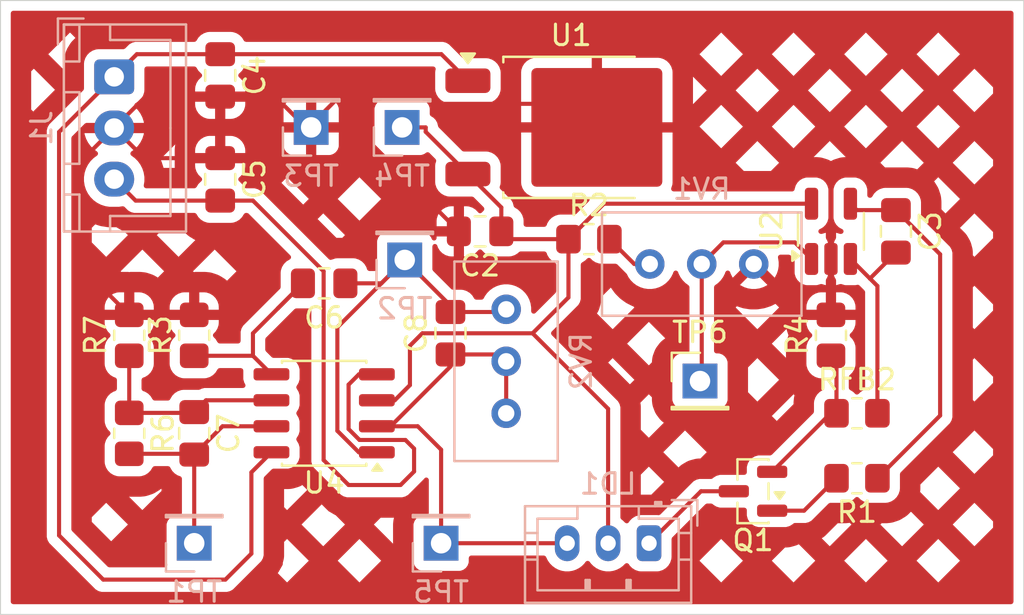
<source format=kicad_pcb>
(kicad_pcb (version 20241229) (generator "pcbnew") (generator_version "9.0")
  (layers (0 "F.Cu" signal) (2 "B.Cu" signal) (13 "F.Paste" user) (15 "B.Paste" user) (5 "F.SilkS" user "F.Silkscreen") (7 "B.SilkS" user "B.Silkscreen") (1 "F.Mask" user) (3 "B.Mask" user) (25 "Edge.Cuts" user))
  (net 0 "")
  (net 1 "GND")
  (net 2 "+9V")
  (net 3 "+5V")
  (net 4 "Net-(C3-Pad1)")
  (net 5 "Net-(U2--)")
  (net 6 "-9V")
  (net 7 "Net-(U4B-+)")
  (net 8 "Net-(C6-Pad1)")
  (net 9 "Net-(U4B--)")
  (net 10 "Net-(C7-Pad2)")
  (net 11 "Net-(U4A--)")
  (net 12 "Net-(Q1-D)")
  (net 13 "Net-(Q1-G)")
  (net 14 "Net-(Q1-S)")
  (net 15 "Net-(R2-Pad2)")
  (net 16 "Net-(U2-+)")
  (footprint "Package_TO_SOT_SMD:SOT-23" (layer "F.Cu") (at 191.77 93.98 180)
    (property "Reference" "Q1" (at 0 -2.4 0) (layer "F.SilkS"))
    (property "Value" "2N7002E")
    (fp_line (start 0.76 1.56) (end -0.76 1.56) (stroke (width 0.12)) (layer "F.SilkS"))
    (fp_line (start 0.76 0.56) (end 0.76 1.56) (stroke (width 0.12)) (layer "F.SilkS"))
    (fp_line (start 0.76 -1.56) (end 0.76 -0.56) (stroke (width 0.12)) (layer "F.SilkS"))
    (fp_line (start -0.76 1.56) (end -0.76 1.51) (stroke (width 0.12)) (layer "F.SilkS"))
    (fp_line (start -0.76 0.39) (end -0.76 -0.39) (stroke (width 0.12)) (layer "F.SilkS"))
    (fp_line (start -0.76 -1.51) (end -0.76 -1.56) (stroke (width 0.12)) (layer "F.SilkS"))
    (fp_line (start -0.76 -1.56) (end 0.76 -1.56) (stroke (width 0.12)) (layer "F.SilkS"))
    (fp_poly (pts (xy -1.3 -0.38) (xy -1.06 -0.05) (xy -1.54 -0.05)) (stroke (width 0.12)) (fill yes) (layer "F.SilkS"))
    (pad "1" smd roundrect (at -0.9375 -0.95 180) (size 1.475 0.6) (layers "F.Cu" "F.Mask" "F.Paste") (net 13 "Net-(Q1-G)"))
    (pad "2" smd roundrect (at -0.9375 0.95 180) (size 1.475 0.6) (layers "F.Cu" "F.Mask" "F.Paste") (net 14 "Net-(Q1-S)"))
    (pad "3" smd roundrect (at 0.9375 0 180) (size 1.475 0.6) (layers "F.Cu" "F.Mask" "F.Paste") (net 12 "Net-(Q1-D)"))
  )
  (footprint "Capacitor_SMD:C_0805_2012Metric_Pad1.18x1.45mm_HandSolder" (layer "F.Cu") (at 165.735 78.74 -90)
    (property "Reference" "C5" (at 0 -1.68 90) (layer "F.SilkS"))
    (property "Value" "1u")
    (fp_line (start -0.261252 0.735) (end 0.261252 0.735) (stroke (width 0.12)) (layer "F.SilkS"))
    (fp_line (start -0.261252 -0.735) (end 0.261252 -0.735) (stroke (width 0.12)) (layer "F.SilkS"))
    (pad "1" smd roundrect (at -1.0375 0 270) (size 1.175 1.45) (layers "F.Cu" "F.Mask" "F.Paste") (roundrect_rratio 0.212766) (net 1 "GND"))
    (pad "2" smd roundrect (at 1.0375 0 270) (size 1.175 1.45) (layers "F.Cu" "F.Mask" "F.Paste") (roundrect_rratio 0.212766) (net 6 "-9V"))
  )
  (footprint "Resistor_SMD:R_0805_2012Metric_Pad1.20x1.40mm_HandSolder" (layer "F.Cu") (at 161.29 86.36 90)
    (property "Reference" "R7" (at 0 -1.65 90) (layer "F.SilkS"))
    (property "Value" "4K7")
    (fp_line (start -0.227064 -0.735) (end 0.227064 -0.735) (stroke (width 0.12)) (layer "F.SilkS"))
    (fp_line (start -0.227064 0.735) (end 0.227064 0.735) (stroke (width 0.12)) (layer "F.SilkS"))
    (pad "1" smd roundrect (at -1 0 90) (size 1.2 1.4) (layers "F.Cu" "F.Mask" "F.Paste") (roundrect_rratio 0.208333) (net 9 "Net-(U4B--)"))
    (pad "2" smd roundrect (at 1 0 90) (size 1.2 1.4) (layers "F.Cu" "F.Mask" "F.Paste") (roundrect_rratio 0.208333) (net 1 "GND"))
  )
  (footprint "Resistor_SMD:R_0805_2012Metric_Pad1.20x1.40mm_HandSolder" (layer "F.Cu") (at 196.85 93.345 180)
    (property "Reference" "R1" (at 0 -1.65 0) (layer "F.SilkS"))
    (property "Value" "47R")
    (fp_line (start -0.227064 0.735) (end 0.227064 0.735) (stroke (width 0.12)) (layer "F.SilkS"))
    (fp_line (start -0.227064 -0.735) (end 0.227064 -0.735) (stroke (width 0.12)) (layer "F.SilkS"))
    (pad "1" smd roundrect (at -1 0 180) (size 1.2 1.4) (layers "F.Cu" "F.Mask" "F.Paste") (roundrect_rratio 0.208333) (net 4 "Net-(C3-Pad1)"))
    (pad "2" smd roundrect (at 1 0 180) (size 1.2 1.4) (layers "F.Cu" "F.Mask" "F.Paste") (roundrect_rratio 0.208333) (net 13 "Net-(Q1-G)"))
  )
  (footprint "Capacitor_SMD:C_0805_2012Metric_Pad1.18x1.45mm_HandSolder" (layer "F.Cu") (at 170.815 83.82 180)
    (property "Reference" "C6" (at 0 -1.68 0) (layer "F.SilkS"))
    (property "Value" "1u")
    (fp_line (start -0.261252 0.735) (end 0.261252 0.735) (stroke (width 0.12)) (layer "F.SilkS"))
    (fp_line (start -0.261252 -0.735) (end 0.261252 -0.735) (stroke (width 0.12)) (layer "F.SilkS"))
    (pad "1" smd roundrect (at -1.0375 0 180) (size 1.175 1.45) (layers "F.Cu" "F.Mask" "F.Paste") (roundrect_rratio 0.212766) (net 8 "Net-(C6-Pad1)"))
    (pad "2" smd roundrect (at 1.0375 0 180) (size 1.175 1.45) (layers "F.Cu" "F.Mask" "F.Paste") (roundrect_rratio 0.212766) (net 7 "Net-(U4B-+)"))
  )
  (footprint "Connector_PinHeader_2.54mm:PinHeader_1x01_P2.54mm_Vertical" (layer "F.Cu") (at 189.1792 88.5952)
    (property "Reference" "TP6" (at 0 -2.38 0) (layer "F.SilkS"))
    (property "Value" "TP_Set_current")
    (fp_line (start -1.38 -1.38) (end 0 -1.38) (stroke (width 0.12)) (layer "F.SilkS"))
    (fp_line (start -1.38 0) (end -1.38 -1.38) (stroke (width 0.12)) (layer "F.SilkS"))
    (fp_line (start -1.38 1.27) (end -1.38 1.38) (stroke (width 0.12)) (layer "F.SilkS"))
    (fp_line (start -1.38 1.27) (end 1.38 1.27) (stroke (width 0.12)) (layer "F.SilkS"))
    (fp_line (start -1.38 1.38) (end 1.38 1.38) (stroke (width 0.12)) (layer "F.SilkS"))
    (fp_line (start 1.38 1.27) (end 1.38 1.38) (stroke (width 0.12)) (layer "F.SilkS"))
    (pad "1" thru_hole rect (at 0 0) (size 1.7 1.7) (drill 1) (layers "*.Cu" "*.Mask") (net 16 "Net-(U2-+)"))
  )
  (footprint "Package_SO:SO-8_3.9x4.9mm_P1.27mm" (layer "F.Cu") (at 170.815 90.17 180)
    (property "Reference" "U4" (at 0 -3.4 0) (layer "F.SilkS"))
    (property "Value" "TL072")
    (fp_line (start 2.06 2.56) (end -2.06 2.56) (stroke (width 0.12)) (layer "F.SilkS"))
    (fp_line (start 2.06 2.465) (end 2.06 2.56) (stroke (width 0.12)) (layer "F.SilkS"))
    (fp_line (start 2.06 -2.56) (end 2.06 -2.465) (stroke (width 0.12)) (layer "F.SilkS"))
    (fp_line (start -2.06 2.56) (end -2.06 2.465) (stroke (width 0.12)) (layer "F.SilkS"))
    (fp_line (start -2.06 -2.465) (end -2.06 -2.56) (stroke (width 0.12)) (layer "F.SilkS"))
    (fp_line (start -2.06 -2.56) (end 2.06 -2.56) (stroke (width 0.12)) (layer "F.SilkS"))
    (fp_poly (pts (xy -2.6 -2.47) (xy -2.84 -2.8) (xy -2.36 -2.8)) (stroke (width 0.12)) (fill yes) (layer "F.SilkS"))
    (pad "1" smd roundrect (at -2.575 -1.905 180) (size 1.75 0.6) (layers "F.Cu" "F.Mask" "F.Paste") (net 8 "Net-(C6-Pad1)"))
    (pad "2" smd roundrect (at -2.575 -0.635 180) (size 1.75 0.6) (layers "F.Cu" "F.Mask" "F.Paste") (net 11 "Net-(U4A--)"))
    (pad "3" smd roundrect (at -2.575 0.635 180) (size 1.75 0.6) (layers "F.Cu" "F.Mask" "F.Paste") (net 3 "+5V"))
    (pad "4" smd roundrect (at -2.575 1.905 180) (size 1.75 0.6) (layers "F.Cu" "F.Mask" "F.Paste") (net 6 "-9V"))
    (pad "5" smd roundrect (at 2.575 1.905 180) (size 1.75 0.6) (layers "F.Cu" "F.Mask" "F.Paste") (net 7 "Net-(U4B-+)"))
    (pad "6" smd roundrect (at 2.575 0.635 180) (size 1.75 0.6) (layers "F.Cu" "F.Mask" "F.Paste") (net 9 "Net-(U4B--)"))
    (pad "7" smd roundrect (at 2.575 -0.635 180) (size 1.75 0.6) (layers "F.Cu" "F.Mask" "F.Paste") (net 10 "Net-(C7-Pad2)"))
    (pad "8" smd roundrect (at 2.575 -1.905 180) (size 1.75 0.6) (layers "F.Cu" "F.Mask" "F.Paste") (net 2 "+9V"))
  )
  (footprint "Resistor_SMD:R_0805_2012Metric_Pad1.20x1.40mm_HandSolder" (layer "F.Cu") (at 164.465 86.36 90)
    (property "Reference" "R3" (at 0 -1.65 90) (layer "F.SilkS"))
    (property "Value" "330K")
    (fp_line (start -0.227064 -0.735) (end 0.227064 -0.735) (stroke (width 0.12)) (layer "F.SilkS"))
    (fp_line (start -0.227064 0.735) (end 0.227064 0.735) (stroke (width 0.12)) (layer "F.SilkS"))
    (pad "1" smd roundrect (at -1 0 90) (size 1.2 1.4) (layers "F.Cu" "F.Mask" "F.Paste") (roundrect_rratio 0.208333) (net 7 "Net-(U4B-+)"))
    (pad "2" smd roundrect (at 1 0 90) (size 1.2 1.4) (layers "F.Cu" "F.Mask" "F.Paste") (roundrect_rratio 0.208333) (net 1 "GND"))
  )
  (footprint "Resistor_SMD:R_0805_2012Metric_Pad1.20x1.40mm_HandSolder" (layer "F.Cu") (at 196.85 90.17)
    (property "Reference" "RFB2" (at 0 -1.65 0) (layer "F.SilkS"))
    (property "Value" "47R")
    (fp_line (start -0.227064 -0.735) (end 0.227064 -0.735) (stroke (width 0.12)) (layer "F.SilkS"))
    (fp_line (start -0.227064 0.735) (end 0.227064 0.735) (stroke (width 0.12)) (layer "F.SilkS"))
    (pad "1" smd roundrect (at -1 0) (size 1.2 1.4) (layers "F.Cu" "F.Mask" "F.Paste") (roundrect_rratio 0.208333) (net 14 "Net-(Q1-S)"))
    (pad "2" smd roundrect (at 1 0) (size 1.2 1.4) (layers "F.Cu" "F.Mask" "F.Paste") (roundrect_rratio 0.208333) (net 5 "Net-(U2--)"))
  )
  (footprint "Capacitor_SMD:C_0805_2012Metric_Pad1.18x1.45mm_HandSolder" (layer "F.Cu") (at 164.465 91.15 -90)
    (property "Reference" "C7" (at 0 -1.68 90) (layer "F.SilkS"))
    (property "Value" "5p")
    (fp_line (start -0.261252 0.735) (end 0.261252 0.735) (stroke (width 0.12)) (layer "F.SilkS"))
    (fp_line (start -0.261252 -0.735) (end 0.261252 -0.735) (stroke (width 0.12)) (layer "F.SilkS"))
    (pad "1" smd roundrect (at -1.0375 0 270) (size 1.175 1.45) (layers "F.Cu" "F.Mask" "F.Paste") (roundrect_rratio 0.212766) (net 9 "Net-(U4B--)"))
    (pad "2" smd roundrect (at 1.0375 0 270) (size 1.175 1.45) (layers "F.Cu" "F.Mask" "F.Paste") (roundrect_rratio 0.212766) (net 10 "Net-(C7-Pad2)"))
  )
  (footprint "Package_TO_SOT_SMD:TO-252-2" (layer "F.Cu") (at 182.88 76.2)
    (property "Reference" "U1" (at 0 -4.5 0) (layer "F.SilkS"))
    (property "Value" "L7805")
    (fp_line (start -3.31 -3.45) (end -3.31 -3.18) (stroke (width 0.12)) (layer "F.SilkS"))
    (fp_line (start -3.31 3.45) (end -3.31 3.18) (stroke (width 0.12)) (layer "F.SilkS"))
    (fp_line (start 3.11 -3.45) (end -3.31 -3.45) (stroke (width 0.12)) (layer "F.SilkS"))
    (fp_line (start 3.11 3.45) (end -3.31 3.45) (stroke (width 0.12)) (layer "F.SilkS"))
    (fp_poly (pts (xy -5.04 -3.14) (xy -5.38 -3.61) (xy -4.7 -3.61)) (stroke (width 0.12)) (fill yes) (layer "F.SilkS"))
    (pad "1" smd roundrect (at -5.04 -2.28) (size 2.2 1.2) (layers "F.Cu" "F.Mask" "F.Paste") (roundrect_rratio 0.208333) (net 2 "+9V"))
    (pad "2" smd roundrect (at 1.26 0) (size 6.4 5.8) (layers "F.Cu" "F.Mask") (roundrect_rratio 0.043103) (net 1 "GND"))
    (pad "3" smd roundrect (at -5.04 2.28) (size 2.2 1.2) (layers "F.Cu" "F.Mask" "F.Paste") (roundrect_rratio 0.208333) (net 3 "+5V"))
  )
  (footprint "Resistor_SMD:R_0805_2012Metric_Pad1.20x1.40mm_HandSolder" (layer "F.Cu") (at 183.753 81.661)
    (property "Reference" "R2" (at 0 -1.65 0) (layer "F.SilkS"))
    (property "Value" "10K")
    (fp_line (start -0.227064 -0.735) (end 0.227064 -0.735) (stroke (width 0.12)) (layer "F.SilkS"))
    (fp_line (start -0.227064 0.735) (end 0.227064 0.735) (stroke (width 0.12)) (layer "F.SilkS"))
    (pad "1" smd roundrect (at -1 0) (size 1.2 1.4) (layers "F.Cu" "F.Mask" "F.Paste") (roundrect_rratio 0.208333) (net 3 "+5V"))
    (pad "2" smd roundrect (at 1 0) (size 1.2 1.4) (layers "F.Cu" "F.Mask" "F.Paste") (roundrect_rratio 0.208333) (net 15 "Net-(R2-Pad2)"))
  )
  (footprint "Capacitor_SMD:C_0805_2012Metric_Pad1.18x1.45mm_HandSolder" (layer "F.Cu") (at 198.755 81.28 -90)
    (property "Reference" "C3" (at 0 -1.68 90) (layer "F.SilkS"))
    (property "Value" "100p")
    (fp_line (start -0.261252 0.735) (end 0.261252 0.735) (stroke (width 0.12)) (layer "F.SilkS"))
    (fp_line (start -0.261252 -0.735) (end 0.261252 -0.735) (stroke (width 0.12)) (layer "F.SilkS"))
    (pad "1" smd roundrect (at -1.0375 0 270) (size 1.175 1.45) (layers "F.Cu" "F.Mask" "F.Paste") (roundrect_rratio 0.212766) (net 4 "Net-(C3-Pad1)"))
    (pad "2" smd roundrect (at 1.0375 0 270) (size 1.175 1.45) (layers "F.Cu" "F.Mask" "F.Paste") (roundrect_rratio 0.212766) (net 5 "Net-(U2--)"))
  )
  (footprint "Capacitor_SMD:C_0805_2012Metric_Pad1.18x1.45mm_HandSolder" (layer "F.Cu") (at 176.9872 86.2584 90)
    (property "Reference" "C8" (at 0 -1.68 90) (layer "F.SilkS"))
    (property "Value" "10p")
    (fp_line (start -0.261252 -0.735) (end 0.261252 -0.735) (stroke (width 0.12)) (layer "F.SilkS"))
    (fp_line (start -0.261252 0.735) (end 0.261252 0.735) (stroke (width 0.12)) (layer "F.SilkS"))
    (pad "1" smd roundrect (at -1.0375 0 90) (size 1.175 1.45) (layers "F.Cu" "F.Mask" "F.Paste") (roundrect_rratio 0.212766) (net 11 "Net-(U4A--)"))
    (pad "2" smd roundrect (at 1.0375 0 90) (size 1.175 1.45) (layers "F.Cu" "F.Mask" "F.Paste") (roundrect_rratio 0.212766) (net 8 "Net-(C6-Pad1)"))
  )
  (footprint "Capacitor_SMD:C_0805_2012Metric_Pad1.18x1.45mm_HandSolder" (layer "F.Cu") (at 165.735 73.66 -90)
    (property "Reference" "C4" (at 0 -1.68 90) (layer "F.SilkS"))
    (property "Value" "1u")
    (fp_line (start -0.261252 0.735) (end 0.261252 0.735) (stroke (width 0.12)) (layer "F.SilkS"))
    (fp_line (start -0.261252 -0.735) (end 0.261252 -0.735) (stroke (width 0.12)) (layer "F.SilkS"))
    (pad "1" smd roundrect (at -1.0375 0 270) (size 1.175 1.45) (layers "F.Cu" "F.Mask" "F.Paste") (roundrect_rratio 0.212766) (net 2 "+9V"))
    (pad "2" smd roundrect (at 1.0375 0 270) (size 1.175 1.45) (layers "F.Cu" "F.Mask" "F.Paste") (roundrect_rratio 0.212766) (net 1 "GND"))
  )
  (footprint "Capacitor_SMD:C_0805_2012Metric_Pad1.18x1.45mm_HandSolder" (layer "F.Cu") (at 178.435 81.28 180)
    (property "Reference" "C2" (at 0 -1.68 0) (layer "F.SilkS"))
    (property "Value" "1u")
    (fp_line (start -0.261252 0.735) (end 0.261252 0.735) (stroke (width 0.12)) (layer "F.SilkS"))
    (fp_line (start -0.261252 -0.735) (end 0.261252 -0.735) (stroke (width 0.12)) (layer "F.SilkS"))
    (pad "1" smd roundrect (at -1.0375 0 180) (size 1.175 1.45) (layers "F.Cu" "F.Mask" "F.Paste") (roundrect_rratio 0.212766) (net 3 "+5V"))
    (pad "2" smd roundrect (at 1.0375 0 180) (size 1.175 1.45) (layers "F.Cu" "F.Mask" "F.Paste") (roundrect_rratio 0.212766) (net 1 "GND"))
  )
  (footprint "Resistor_SMD:R_0805_2012Metric_Pad1.20x1.40mm_HandSolder" (layer "F.Cu") (at 161.29 91.15 -90)
    (property "Reference" "R6" (at 0 -1.65 90) (layer "F.SilkS"))
    (property "Value" "47K")
    (fp_line (start -0.227064 0.735) (end 0.227064 0.735) (stroke (width 0.12)) (layer "F.SilkS"))
    (fp_line (start -0.227064 -0.735) (end 0.227064 -0.735) (stroke (width 0.12)) (layer "F.SilkS"))
    (pad "1" smd roundrect (at -1 0 270) (size 1.2 1.4) (layers "F.Cu" "F.Mask" "F.Paste") (roundrect_rratio 0.208333) (net 9 "Net-(U4B--)"))
    (pad "2" smd roundrect (at 1 0 270) (size 1.2 1.4) (layers "F.Cu" "F.Mask" "F.Paste") (roundrect_rratio 0.208333) (net 10 "Net-(C7-Pad2)"))
  )
  (footprint "Resistor_SMD:R_0805_2012Metric_Pad1.20x1.40mm_HandSolder" (layer "F.Cu") (at 195.58 86.36 90)
    (property "Reference" "R4" (at 0 -1.65 90) (layer "F.SilkS"))
    (property "Value" "4R7")
    (fp_line (start -0.227064 -0.735) (end 0.227064 -0.735) (stroke (width 0.12)) (layer "F.SilkS"))
    (fp_line (start -0.227064 0.735) (end 0.227064 0.735) (stroke (width 0.12)) (layer "F.SilkS"))
    (pad "1" smd roundrect (at -1 0 90) (size 1.2 1.4) (layers "F.Cu" "F.Mask" "F.Paste") (roundrect_rratio 0.208333) (net 14 "Net-(Q1-S)"))
    (pad "2" smd roundrect (at 1 0 90) (size 1.2 1.4) (layers "F.Cu" "F.Mask" "F.Paste") (roundrect_rratio 0.208333) (net 1 "GND"))
  )
  (footprint "Package_TO_SOT_SMD:SOT-23-5_HandSoldering" (layer "F.Cu") (at 195.58 81.28 90)
    (property "Reference" "U2" (at 0 -2.9 90) (layer "F.SilkS"))
    (property "Value" "LMV321")
    (fp_line (start 0.1 -1.61) (end 0.9 -1.61) (stroke (width 0.12)) (layer "F.SilkS"))
    (fp_line (start 0.1 -1.61) (end -0.7 -1.61) (stroke (width 0.12)) (layer "F.SilkS"))
    (fp_line (start -0.9 1.61) (end 0.9 1.61) (stroke (width 0.12)) (layer "F.SilkS"))
    (fp_poly (pts (xy -1.2 -1.56) (xy -1.44 -1.89) (xy -0.96 -1.89) (xy -1.2 -1.56)) (stroke (width 0.12)) (fill yes) (layer "F.SilkS"))
    (pad "1" smd roundrect (at -1.35 -0.95 90) (size 1.56 0.65) (layers "F.Cu" "F.Mask" "F.Paste") (net 16 "Net-(U2-+)"))
    (pad "2" smd roundrect (at -1.35 0 90) (size 1.56 0.65) (layers "F.Cu" "F.Mask" "F.Paste") (net 1 "GND"))
    (pad "3" smd roundrect (at -1.35 0.95 90) (size 1.56 0.65) (layers "F.Cu" "F.Mask" "F.Paste") (net 5 "Net-(U2--)"))
    (pad "4" smd roundrect (at 1.35 0.95 90) (size 1.56 0.65) (layers "F.Cu" "F.Mask" "F.Paste") (net 4 "Net-(C3-Pad1)"))
    (pad "5" smd roundrect (at 1.35 -0.95 90) (size 1.56 0.65) (layers "F.Cu" "F.Mask" "F.Paste") (net 3 "+5V"))
  )
  (footprint "Potentiometer_THT:Potentiometer_Bourns_3296W_Vertical" (layer "B.Cu") (at 186.7259 82.8755 180)
    (property "Reference" "RV1" (at -2.54 3.66 0) (layer "B.SilkS") (effects (justify mirror)))
    (property "Value" "500R")
    (fp_line (start 2.335 2.52) (end 2.335 -2.53) (stroke (width 0.12)) (layer "B.SilkS"))
    (fp_line (start 2.335 -2.53) (end -7.415 -2.53) (stroke (width 0.12)) (layer "B.SilkS"))
    (fp_line (start -7.415 2.52) (end 2.335 2.52) (stroke (width 0.12)) (layer "B.SilkS"))
    (fp_line (start -7.415 -2.53) (end -7.415 2.52) (stroke (width 0.12)) (layer "B.SilkS"))
    (pad "1" thru_hole circle (at 0 0 180) (size 1.44 1.44) (drill 0.8) (layers "*.Cu" "*.Mask") (net 15 "Net-(R2-Pad2)"))
    (pad "2" thru_hole circle (at -2.54 0 180) (size 1.44 1.44) (drill 0.8) (layers "*.Cu" "*.Mask") (net 16 "Net-(U2-+)"))
    (pad "3" thru_hole circle (at -5.08 0 180) (size 1.44 1.44) (drill 0.8) (layers "*.Cu" "*.Mask") (net 1 "GND"))
  )
  (footprint "Connector_PinHeader_2.54mm:PinHeader_1x01_P2.54mm_Vertical" (layer "B.Cu") (at 174.625 76.2)
    (property "Reference" "TP4" (at 0 2.38 0) (layer "B.SilkS") (effects (justify mirror)))
    (property "Value" "TP_5V")
    (fp_line (start -1.38 -1.38) (end 1.38 -1.38) (stroke (width 0.12)) (layer "B.SilkS"))
    (fp_line (start -1.38 -1.27) (end -1.38 -1.38) (stroke (width 0.12)) (layer "B.SilkS"))
    (fp_line (start -1.38 -1.27) (end 1.38 -1.27) (stroke (width 0.12)) (layer "B.SilkS"))
    (fp_line (start -1.38 0) (end -1.38 1.38) (stroke (width 0.12)) (layer "B.SilkS"))
    (fp_line (start -1.38 1.38) (end 0 1.38) (stroke (width 0.12)) (layer "B.SilkS"))
    (fp_line (start 1.38 -1.27) (end 1.38 -1.38) (stroke (width 0.12)) (layer "B.SilkS"))
    (pad "1" thru_hole rect (at 0 0) (size 1.7 1.7) (drill 1) (layers "*.Cu" "*.Mask") (net 3 "+5V"))
  )
  (footprint "Connector_JST:JST_XH_B3B-XH-A_1x03_P2.50mm_Vertical" (layer "B.Cu") (at 160.555 73.73 -90)
    (property "Reference" "J1" (at 2.5 3.55 90) (layer "B.SilkS") (effects (justify mirror)))
    (property "Value" "PWR")
    (fp_line (start -2.85 2.75) (end -2.85 1.5) (stroke (width 0.12)) (layer "B.SilkS"))
    (fp_line (start -1.6 2.75) (end -2.85 2.75) (stroke (width 0.12)) (layer "B.SilkS"))
    (fp_line (start -2.56 2.46) (end -2.56 -3.51) (stroke (width 0.12)) (layer "B.SilkS"))
    (fp_line (start 7.56 2.46) (end -2.56 2.46) (stroke (width 0.12)) (layer "B.SilkS"))
    (fp_line (start -2.55 2.45) (end -2.55 1.7) (stroke (width 0.12)) (layer "B.SilkS"))
    (fp_line (start -0.75 2.45) (end -2.55 2.45) (stroke (width 0.12)) (layer "B.SilkS"))
    (fp_line (start 0.75 2.45) (end 0.75 1.7) (stroke (width 0.12)) (layer "B.SilkS"))
    (fp_line (start 4.25 2.45) (end 0.75 2.45) (stroke (width 0.12)) (layer "B.SilkS"))
    (fp_line (start 5.75 2.45) (end 5.75 1.7) (stroke (width 0.12)) (layer "B.SilkS"))
    (fp_line (start 7.55 2.45) (end 5.75 2.45) (stroke (width 0.12)) (layer "B.SilkS"))
    (fp_line (start -2.55 1.7) (end -0.75 1.7) (stroke (width 0.12)) (layer "B.SilkS"))
    (fp_line (start -0.75 1.7) (end -0.75 2.45) (stroke (width 0.12)) (layer "B.SilkS"))
    (fp_line (start 0.75 1.7) (end 4.25 1.7) (stroke (width 0.12)) (layer "B.SilkS"))
    (fp_line (start 4.25 1.7) (end 4.25 2.45) (stroke (width 0.12)) (layer "B.SilkS"))
    (fp_line (start 5.75 1.7) (end 7.55 1.7) (stroke (width 0.12)) (layer "B.SilkS"))
    (fp_line (start 7.55 1.7) (end 7.55 2.45) (stroke (width 0.12)) (layer "B.SilkS"))
    (fp_line (start -2.55 0.2) (end -1.8 0.2) (stroke (width 0.12)) (layer "B.SilkS"))
    (fp_line (start -1.8 0.2) (end -1.8 -2.75) (stroke (width 0.12)) (layer "B.SilkS"))
    (fp_line (start 6.8 0.2) (end 6.8 -2.75) (stroke (width 0.12)) (layer "B.SilkS"))
    (fp_line (start 7.55 0.2) (end 6.8 0.2) (stroke (width 0.12)) (layer "B.SilkS"))
    (fp_line (start -1.8 -2.75) (end 2.5 -2.75) (stroke (width 0.12)) (layer "B.SilkS"))
    (fp_line (start 6.8 -2.75) (end 2.5 -2.75) (stroke (width 0.12)) (layer "B.SilkS"))
    (fp_line (start -2.56 -3.51) (end 7.56 -3.51) (stroke (width 0.12)) (layer "B.SilkS"))
    (fp_line (start 7.56 -3.51) (end 7.56 2.46) (stroke (width 0.12)) (layer "B.SilkS"))
    (pad "1" thru_hole roundrect (at 0 0 270) (size 1.7 1.95) (drill 0.95) (layers "*.Cu" "*.Mask") (roundrect_rratio 0.147059) (net 2 "+9V"))
    (pad "2" thru_hole oval (at 2.5 0 270) (size 1.7 1.95) (drill 0.95) (layers "*.Cu" "*.Mask") (net 1 "GND"))
    (pad "3" thru_hole oval (at 5 0 270) (size 1.7 1.95) (drill 0.95) (layers "*.Cu" "*.Mask") (net 6 "-9V"))
  )
  (footprint "Connector_JST:JST_PH_B3B-PH-K_1x03_P2.00mm_Vertical" (layer "B.Cu") (at 186.69 96.52 180)
    (property "Reference" "LD1" (at 2 2.9 0) (layer "B.SilkS") (effects (justify mirror)))
    (property "Value" "D_Laser_Photo_NType" (hide yes))
    (fp_line (start 6.06 1.81) (end -2.06 1.81) (stroke (width 0.12)) (layer "B.SilkS"))
    (fp_line (start 6.06 0.5) (end 5.45 0.5) (stroke (width 0.12)) (layer "B.SilkS"))
    (fp_line (start 6.06 -0.8) (end 5.45 -0.8) (stroke (width 0.12)) (layer "B.SilkS"))
    (fp_line (start 6.06 -2.91) (end 6.06 1.81) (stroke (width 0.12)) (layer "B.SilkS"))
    (fp_line (start 5.45 1.2) (end 3.5 1.2) (stroke (width 0.12)) (layer "B.SilkS"))
    (fp_line (start 5.45 -2.3) (end 5.45 1.2) (stroke (width 0.12)) (layer "B.SilkS"))
    (fp_line (start 3.5 1.2) (end 3.5 1.81) (stroke (width 0.12)) (layer "B.SilkS"))
    (fp_line (start 3.1 -1.8) (end 3.1 -2.3) (stroke (width 0.12)) (layer "B.SilkS"))
    (fp_line (start 3 -2.3) (end 3 -1.8) (stroke (width 0.12)) (layer "B.SilkS"))
    (fp_line (start 2.9 -1.8) (end 3.1 -1.8) (stroke (width 0.12)) (layer "B.SilkS"))
    (fp_line (start 2.9 -2.3) (end 2.9 -1.8) (stroke (width 0.12)) (layer "B.SilkS"))
    (fp_line (start 1.1 -1.8) (end 1.1 -2.3) (stroke (width 0.12)) (layer "B.SilkS"))
    (fp_line (start 1 -2.3) (end 1 -1.8) (stroke (width 0.12)) (layer "B.SilkS"))
    (fp_line (start 0.9 -1.8) (end 1.1 -1.8) (stroke (width 0.12)) (layer "B.SilkS"))
    (fp_line (start 0.9 -2.3) (end 0.9 -1.8) (stroke (width 0.12)) (layer "B.SilkS"))
    (fp_line (start 0.5 1.81) (end 0.5 1.2) (stroke (width 0.12)) (layer "B.SilkS"))
    (fp_line (start 0.5 1.2) (end -1.45 1.2) (stroke (width 0.12)) (layer "B.SilkS"))
    (fp_line (start -0.3 2.01) (end -0.6 2.01) (stroke (width 0.12)) (layer "B.SilkS"))
    (fp_line (start -0.3 1.91) (end -0.6 1.91) (stroke (width 0.12)) (layer "B.SilkS"))
    (fp_line (start -0.3 1.81) (end -0.3 2.01) (stroke (width 0.12)) (layer "B.SilkS"))
    (fp_line (start -0.6 2.01) (end -0.6 1.81) (stroke (width 0.12)) (layer "B.SilkS"))
    (fp_line (start -1.11 2.11) (end -2.36 2.11) (stroke (width 0.12)) (layer "B.SilkS"))
    (fp_line (start -1.45 1.2) (end -1.45 -2.3) (stroke (width 0.12)) (layer "B.SilkS"))
    (fp_line (start -1.45 -2.3) (end 5.45 -2.3) (stroke (width 0.12)) (layer "B.SilkS"))
    (fp_line (start -2.06 1.81) (end -2.06 -2.91) (stroke (width 0.12)) (layer "B.SilkS"))
    (fp_line (start -2.06 0.5) (end -1.45 0.5) (stroke (width 0.12)) (layer "B.SilkS"))
    (fp_line (start -2.06 -0.8) (end -1.45 -0.8) (stroke (width 0.12)) (layer "B.SilkS"))
    (fp_line (start -2.06 -2.91) (end 6.06 -2.91) (stroke (width 0.12)) (layer "B.SilkS"))
    (fp_line (start -2.36 2.11) (end -2.36 0.86) (stroke (width 0.12)) (layer "B.SilkS"))
    (pad "1" thru_hole roundrect (at 0 0 180) (size 1.2 1.75) (drill 0.75) (layers "*.Cu" "*.Mask") (roundrect_rratio 0.208333) (net 12 "Net-(Q1-D)"))
    (pad "2" thru_hole oval (at 2 0 180) (size 1.2 1.75) (drill 0.75) (layers "*.Cu" "*.Mask") (net 3 "+5V"))
    (pad "3" thru_hole oval (at 4 0 180) (size 1.2 1.75) (drill 0.75) (layers "*.Cu" "*.Mask") (net 11 "Net-(U4A--)"))
  )
  (footprint "Potentiometer_THT:Potentiometer_Bourns_3296W_Vertical" (layer "B.Cu") (at 179.71 85.09 90)
    (property "Reference" "RV2" (at -2.54 3.66 90) (layer "B.SilkS") (effects (justify mirror)))
    (property "Value" "20k")
    (fp_line (start 2.335 -2.53) (end -7.415 -2.53) (stroke (width 0.12)) (layer "B.SilkS"))
    (fp_line (start -7.415 -2.53) (end -7.415 2.52) (stroke (width 0.12)) (layer "B.SilkS"))
    (fp_line (start 2.335 2.52) (end 2.335 -2.53) (stroke (width 0.12)) (layer "B.SilkS"))
    (fp_line (start -7.415 2.52) (end 2.335 2.52) (stroke (width 0.12)) (layer "B.SilkS"))
    (pad "1" thru_hole circle (at 0 0 90) (size 1.44 1.44) (drill 0.8) (layers "*.Cu" "*.Mask") (net 8 "Net-(C6-Pad1)"))
    (pad "2" thru_hole circle (at -2.54 0 90) (size 1.44 1.44) (drill 0.8) (layers "*.Cu" "*.Mask") (net 11 "Net-(U4A--)"))
    (pad "3" thru_hole circle (at -5.08 0 90) (size 1.44 1.44) (drill 0.8) (layers "*.Cu" "*.Mask") (net 11 "Net-(U4A--)"))
  )
  (footprint "Connector_PinHeader_2.54mm:PinHeader_1x01_P2.54mm_Vertical" (layer "B.Cu") (at 164.465 96.52)
    (property "Reference" "TP1" (at 0 2.38 0) (layer "B.SilkS") (effects (justify mirror)))
    (property "Value" "PD_Amplified")
    (fp_line (start -1.38 -1.38) (end 1.38 -1.38) (stroke (width 0.12)) (layer "B.SilkS"))
    (fp_line (start -1.38 -1.27) (end -1.38 -1.38) (stroke (width 0.12)) (layer "B.SilkS"))
    (fp_line (start -1.38 -1.27) (end 1.38 -1.27) (stroke (width 0.12)) (layer "B.SilkS"))
    (fp_line (start -1.38 0) (end -1.38 1.38) (stroke (width 0.12)) (layer "B.SilkS"))
    (fp_line (start -1.38 1.38) (end 0 1.38) (stroke (width 0.12)) (layer "B.SilkS"))
    (fp_line (start 1.38 -1.27) (end 1.38 -1.38) (stroke (width 0.12)) (layer "B.SilkS"))
    (pad "1" thru_hole rect (at 0 0) (size 1.7 1.7) (drill 1) (layers "*.Cu" "*.Mask") (net 10 "Net-(C7-Pad2)"))
  )
  (footprint "Connector_PinHeader_2.54mm:PinHeader_1x01_P2.54mm_Vertical" (layer "B.Cu") (at 174.752 82.677)
    (property "Reference" "TP2" (at 0 2.38 0) (layer "B.SilkS") (effects (justify mirror)))
    (property "Value" "PD_Output")
    (fp_line (start -1.38 -1.38) (end 1.38 -1.38) (stroke (width 0.12)) (layer "B.SilkS"))
    (fp_line (start -1.38 -1.27) (end -1.38 -1.38) (stroke (width 0.12)) (layer "B.SilkS"))
    (fp_line (start -1.38 -1.27) (end 1.38 -1.27) (stroke (width 0.12)) (layer "B.SilkS"))
    (fp_line (start -1.38 0) (end -1.38 1.38) (stroke (width 0.12)) (layer "B.SilkS"))
    (fp_line (start -1.38 1.38) (end 0 1.38) (stroke (width 0.12)) (layer "B.SilkS"))
    (fp_line (start 1.38 -1.27) (end 1.38 -1.38) (stroke (width 0.12)) (layer "B.SilkS"))
    (pad "1" thru_hole rect (at 0 0) (size 1.7 1.7) (drill 1) (layers "*.Cu" "*.Mask") (net 8 "Net-(C6-Pad1)"))
  )
  (footprint "Connector_PinHeader_2.54mm:PinHeader_1x01_P2.54mm_Vertical" (layer "B.Cu") (at 176.53 96.52)
    (property "Reference" "TP5" (at 0 2.38 0) (layer "B.SilkS") (effects (justify mirror)))
    (property "Value" "TP_LD")
    (fp_line (start -1.38 -1.38) (end 1.38 -1.38) (stroke (width 0.12)) (layer "B.SilkS"))
    (fp_line (start -1.38 -1.27) (end -1.38 -1.38) (stroke (width 0.12)) (layer "B.SilkS"))
    (fp_line (start -1.38 -1.27) (end 1.38 -1.27) (stroke (width 0.12)) (layer "B.SilkS"))
    (fp_line (start -1.38 0) (end -1.38 1.38) (stroke (width 0.12)) (layer "B.SilkS"))
    (fp_line (start -1.38 1.38) (end 0 1.38) (stroke (width 0.12)) (layer "B.SilkS"))
    (fp_line (start 1.38 -1.27) (end 1.38 -1.38) (stroke (width 0.12)) (layer "B.SilkS"))
    (pad "1" thru_hole rect (at 0 0) (size 1.7 1.7) (drill 1) (layers "*.Cu" "*.Mask") (net 11 "Net-(U4A--)"))
  )
  (footprint "Connector_PinHeader_2.54mm:PinHeader_1x01_P2.54mm_Vertical" (layer "B.Cu") (at 170.18 76.2)
    (property "Reference" "TP3" (at 0 2.38 0) (layer "B.SilkS") (effects (justify mirror)))
    (property "Value" "TP_GND")
    (fp_line (start -1.38 -1.38) (end 1.38 -1.38) (stroke (width 0.12)) (layer "B.SilkS"))
    (fp_line (start -1.38 -1.27) (end -1.38 -1.38) (stroke (width 0.12)) (layer "B.SilkS"))
    (fp_line (start -1.38 -1.27) (end 1.38 -1.27) (stroke (width 0.12)) (layer "B.SilkS"))
    (fp_line (start -1.38 0) (end -1.38 1.38) (stroke (width 0.12)) (layer "B.SilkS"))
    (fp_line (start -1.38 1.38) (end 0 1.38) (stroke (width 0.12)) (layer "B.SilkS"))
    (fp_line (start 1.38 -1.27) (end 1.38 -1.38) (stroke (width 0.12)) (layer "B.SilkS"))
    (pad "1" thru_hole rect (at 0 0) (size 1.7 1.7) (drill 1) (layers "*.Cu" "*.Mask") (net 1 "GND"))
  )
  (gr_rect (start 155 70) (end 205 100) (stroke (width 0.05)) (fill no) (layer "Edge.Cuts"))
  (segment (start 182.989 75.049) (end 176.522 75.049) (width 0.2) (layer "F.Cu") (net 1))
  (segment (start 169.926 76.2) (end 168.424 74.6975) (width 0.2) (layer "F.Cu") (net 1))
  (segment (start 162.028 77.7025) (end 160.555 76.23) (width 0.2) (layer "F.Cu") (net 1))
  (segment (start 195.58 85.36) (end 195.58 82.63) (width 0.2) (layer "F.Cu") (net 1))
  (segment (start 168.424 74.6975) (end 165.735 74.6975) (width 0.2) (layer "F.Cu") (net 1))
  (segment (start 158.75 78.035) (end 160.555 76.23) (width 0.2) (layer "F.Cu") (net 1))
  (segment (start 165.735 74.6975) (end 162.088 74.6975) (width 0.2) (layer "F.Cu") (net 1))
  (segment (start 170.18 76.073) (end 170.18 76.2) (width 0.2) (layer "F.Cu") (net 1))
  (segment (start 164.465 85.36) (end 161.29 85.36) (width 0.2) (layer "F.Cu") (net 1))
  (segment (start 184.14 76.2) (end 182.989 75.049) (width 0.2) (layer "F.Cu") (net 1))
  (segment (start 165.735 77.7025) (end 162.028 77.7025) (width 0.2) (layer "F.Cu") (net 1))
  (segment (start 158.75 82.82) (end 158.75 78.035) (width 0.2) (layer "F.Cu") (net 1))
  (segment (start 162.088 74.6975) (end 160.555 76.23) (width 0.2) (layer "F.Cu") (net 1))
  (segment (start 175.006 73.533) (end 172.72 73.533) (width 0.2) (layer "F.Cu") (net 1))
  (segment (start 176.522 75.049) (end 175.006 73.533) (width 0.2) (layer "F.Cu") (net 1))
  (segment (start 170.18 76.2) (end 169.926 76.2) (width 0.2) (layer "F.Cu") (net 1))
  (segment (start 172.72 73.533) (end 170.18 76.073) (width 0.2) (layer "F.Cu") (net 1))
  (segment (start 172.318 76.2) (end 177.398 81.28) (width 0.2) (layer "F.Cu") (net 1))
  (segment (start 170.18 76.2) (end 172.318 76.2) (width 0.2) (layer "F.Cu") (net 1))
  (segment (start 161.29 85.36) (end 158.75 82.82) (width 0.2) (layer "F.Cu") (net 1))
  (segment (start 157.861 76.424) (end 160.555 73.73) (width 0.2) (layer "F.Cu") (net 2))
  (segment (start 167.259 97.028) (end 165.989 98.298) (width 0.2) (layer "F.Cu") (net 2))
  (segment (start 168.24 92.075) (end 167.259 93.056) (width 0.2) (layer "F.Cu") (net 2))
  (segment (start 157.861 96.139) (end 157.861 76.424) (width 0.2) (layer "F.Cu") (net 2))
  (segment (start 160.02 98.298) (end 157.861 96.139) (width 0.2) (layer "F.Cu") (net 2))
  (segment (start 167.259 93.056) (end 167.259 97.028) (width 0.2) (layer "F.Cu") (net 2))
  (segment (start 161.6625 72.6225) (end 160.555 73.73) (width 0.2) (layer "F.Cu") (net 2))
  (segment (start 165.735 72.6225) (end 161.6625 72.6225) (width 0.2) (layer "F.Cu") (net 2))
  (segment (start 165.735 72.6225) (end 176.542 72.6225) (width 0.2) (layer "F.Cu") (net 2))
  (segment (start 165.989 98.298) (end 160.02 98.298) (width 0.2) (layer "F.Cu") (net 2))
  (segment (start 176.542 72.6225) (end 177.84 73.92) (width 0.2) (layer "F.Cu") (net 2))
  (segment (start 184.484 79.93) (end 194.63 79.93) (width 0.2) (layer "F.Cu") (net 3))
  (segment (start 179.472 80.6962) (end 179.4725 80.6967) (width 0.2) (layer "F.Cu") (net 3))
  (segment (start 174.625 76.2) (end 175.777 76.2) (width 0.2) (layer "F.Cu") (net 3))
  (segment (start 177.84 78.48) (end 179.472 80.1125) (width 0.2) (layer "F.Cu") (net 3))
  (segment (start 175.006 86.868) (end 175.613 86.261) (width 0.2) (layer "F.Cu") (net 3))
  (segment (start 174.264999 89.535) (end 175.006 88.793999) (width 0.2) (layer "F.Cu") (net 3))
  (segment (start 175.777 76.4167) (end 177.84 78.48) (width 0.2) (layer "F.Cu") (net 3))
  (segment (start 175.613 86.261) (end 181 86.261) (width 0.2) (layer "F.Cu") (net 3))
  (segment (start 182.753 81.661) (end 184.484 79.93) (width 0.2) (layer "F.Cu") (net 3))
  (segment (start 182.753 84.5082) (end 182.753 81.661) (width 0.2) (layer "F.Cu") (net 3))
  (segment (start 181 86.261) (end 182.753 84.5082) (width 0.2) (layer "F.Cu") (net 3))
  (segment (start 179.472 80.6962) (end 179.472 81.28) (width 0.2) (layer "F.Cu") (net 3))
  (segment (start 184.69 96.52) (end 184.69 89.951) (width 0.2) (layer "F.Cu") (net 3))
  (segment (start 175.777 76.2) (end 175.777 76.4167) (width 0.2) (layer "F.Cu") (net 3))
  (segment (start 179.854 81.661) (end 182.753 81.661) (width 0.2) (layer "F.Cu") (net 3))
  (segment (start 175.006 88.793999) (end 175.006 86.868) (width 0.2) (layer "F.Cu") (net 3))
  (segment (start 179.472 81.28) (end 179.854 81.661) (width 0.2) (layer "F.Cu") (net 3))
  (segment (start 184.69 89.951) (end 181 86.261) (width 0.2) (layer "F.Cu") (net 3))
  (segment (start 173.39 89.535) (end 174.264999 89.535) (width 0.2) (layer "F.Cu") (net 3))
  (segment (start 179.4725 80.6967) (end 179.4725 81.28) (width 0.2) (layer "F.Cu") (net 3))
  (segment (start 179.472 80.1125) (end 179.472 80.6962) (width 0.2) (layer "F.Cu") (net 3))
  (segment (start 196.842 80.2425) (end 196.53 79.93) (width 0.2) (layer "F.Cu") (net 4))
  (segment (start 200.914 90.281) (end 197.85 93.345) (width 0.2) (layer "F.Cu") (net 4))
  (segment (start 198.755 80.2425) (end 200.914 82.4015) (width 0.2) (layer "F.Cu") (net 4))
  (segment (start 198.755 80.2425) (end 196.842 80.2425) (width 0.2) (layer "F.Cu") (net 4))
  (segment (start 200.914 82.4015) (end 200.914 90.281) (width 0.2) (layer "F.Cu") (net 4))
  (segment (start 198.755 82.3175) (end 197.486 83.5862) (width 0.2) (layer "F.Cu") (net 5))
  (segment (start 197.85 83.95) (end 197.486 83.5862) (width 0.2) (layer "F.Cu") (net 5))
  (segment (start 197.486 83.5862) (end 196.53 82.63) (width 0.2) (layer "F.Cu") (net 5))
  (segment (start 197.85 90.17) (end 197.85 83.95) (width 0.2) (layer "F.Cu") (net 5))
  (segment (start 170.7896 83.23344) (end 170.7896 92.456) (width 0.2) (layer "F.Cu") (net 6))
  (segment (start 172.0088 88.771201) (end 172.515001 88.265) (width 0.2) (layer "F.Cu") (net 6))
  (segment (start 172.542048 91.474016) (end 172.0088 90.940768) (width 0.2) (layer "F.Cu") (net 6))
  (segment (start 174.786016 91.474016) (end 172.542048 91.474016) (width 0.2) (layer "F.Cu") (net 6))
  (segment (start 167.33366 79.7775) (end 170.7896 83.23344) (width 0.2) (layer "F.Cu") (net 6))
  (segment (start 172.0088 90.940768) (end 172.0088 88.771201) (width 0.2) (layer "F.Cu") (net 6))
  (segment (start 175.2092 91.8972) (end 174.786016 91.474016) (width 0.2) (layer "F.Cu") (net 6))
  (segment (start 170.7896 92.456) (end 172.0088 93.6752) (width 0.2) (layer "F.Cu") (net 6))
  (segment (start 174.5488 93.6752) (end 175.2092 93.0148) (width 0.2) (layer "F.Cu") (net 6))
  (segment (start 172.0088 93.6752) (end 174.5488 93.6752) (width 0.2) (layer "F.Cu") (net 6))
  (segment (start 172.515001 88.265) (end 173.39 88.265) (width 0.2) (layer "F.Cu") (net 6))
  (segment (start 161.602 79.7775) (end 160.555 78.73) (width 0.2) (layer "F.Cu") (net 6))
  (segment (start 175.2092 93.0148) (end 175.2092 91.8972) (width 0.2) (layer "F.Cu") (net 6))
  (segment (start 165.735 79.7775) (end 161.602 79.7775) (width 0.2) (layer "F.Cu") (net 6))
  (segment (start 165.735 79.7775) (end 167.33366 79.7775) (width 0.2) (layer "F.Cu") (net 6))
  (segment (start 169.7775 83.82) (end 169.7777 83.8202) (width 0.2) (layer "F.Cu") (net 7))
  (segment (start 169.778 83.82) (end 168.556 85.0412) (width 0.2) (layer "F.Cu") (net 7))
  (segment (start 167.335 86.2625) (end 168.556 85.0412) (width 0.2) (layer "F.Cu") (net 7))
  (segment (start 167.335 87.36) (end 168.24 88.265) (width 0.2) (layer "F.Cu") (net 7))
  (segment (start 169.7777 83.8202) (end 169.778 83.82) (width 0.2) (layer "F.Cu") (net 7))
  (segment (start 164.465 87.36) (end 167.335 87.36) (width 0.2) (layer "F.Cu") (net 7))
  (segment (start 167.335 87.36) (end 167.335 86.2625) (width 0.2) (layer "F.Cu") (net 7))
  (segment (start 168.556 85.0412) (end 168.556 85.041) (width 0.2) (layer "F.Cu") (net 7))
  (segment (start 168.556 85.041) (end 169.7777 83.8202) (width 0.2) (layer "F.Cu") (net 7))
  (segment (start 171.46 85.969) (end 174.752 82.677) (width 0.2) (layer "F.Cu") (net 8))
  (segment (start 171.8525 83.82) (end 173.609 83.82) (width 0.2) (layer "F.Cu") (net 8))
  (segment (start 176.9872 85.2209) (end 179.5791 85.2209) (width 0.2) (layer "F.Cu") (net 8))
  (segment (start 176.9872 85.2209) (end 176.9872 84.9122) (width 0.2) (layer "F.Cu") (net 8))
  (segment (start 171.46 91.0271) (end 171.46 85.969) (width 0.2) (layer "F.Cu") (net 8))
  (segment (start 179.5791 85.2209) (end 179.71 85.09) (width 0.2) (layer "F.Cu") (net 8))
  (segment (start 173.39 92.075) (end 172.5079 92.075) (width 0.2) (layer "F.Cu") (net 8))
  (segment (start 173.609 83.82) (end 174.752 82.677) (width 0.2) (layer "F.Cu") (net 8))
  (segment (start 172.5079 92.075) (end 171.46 91.0271) (width 0.2) (layer "F.Cu") (net 8))
  (segment (start 176.9872 84.9122) (end 174.752 82.677) (width 0.2) (layer "F.Cu") (net 8))
  (segment (start 165.042 89.535) (end 164.465 90.1125) (width 0.2) (layer "F.Cu") (net 9))
  (segment (start 161.29 90.15) (end 161.29 87.36) (width 0.2) (layer "F.Cu") (net 9))
  (segment (start 168.24 89.535) (end 165.042 89.535) (width 0.2) (layer "F.Cu") (net 9))
  (segment (start 161.29 90.15) (end 164.428 90.15) (width 0.2) (layer "F.Cu") (net 9))
  (segment (start 164.428 90.15) (end 164.465 90.1125) (width 0.2) (layer "F.Cu") (net 9))
  (segment (start 161.29 92.15) (end 164.428 92.15) (width 0.2) (layer "F.Cu") (net 10))
  (segment (start 164.465 96.52) (end 164.465 92.1875) (width 0.2) (layer "F.Cu") (net 10))
  (segment (start 165.848 90.805) (end 164.465 92.1875) (width 0.2) (layer "F.Cu") (net 10))
  (segment (start 168.24 90.805) (end 165.848 90.805) (width 0.2) (layer "F.Cu") (net 10))
  (segment (start 164.428 92.15) (end 164.465 92.1875) (width 0.2) (layer "F.Cu") (net 10))
  (segment (start 179.71 87.63) (end 179.71 90.17) (width 0.2) (layer "F.Cu") (net 11))
  (segment (start 176.9872 87.2959) (end 176.9872 87.8834) (width 0.2) (layer "F.Cu") (net 11))
  (segment (start 174.0656 90.805) (end 173.39 90.805) (width 0.2) (layer "F.Cu") (net 11))
  (segment (start 176.53 96.52) (end 182.69 96.52) (width 0.2) (layer "F.Cu") (net 11))
  (segment (start 176.53 96.52) (end 176.53 91.948) (width 0.2) (layer "F.Cu") (net 11))
  (segment (start 176.9872 87.2959) (end 179.3759 87.2959) (width 0.2) (layer "F.Cu") (net 11))
  (segment (start 175.387 90.805) (end 173.39 90.805) (width 0.2) (layer "F.Cu") (net 11))
  (segment (start 179.3759 87.2959) (end 179.71 87.63) (width 0.2) (layer "F.Cu") (net 11))
  (segment (start 176.9872 87.8834) (end 174.0656 90.805) (width 0.2) (layer "F.Cu") (net 11))
  (segment (start 176.53 91.948) (end 175.387 90.805) (width 0.2) (layer "F.Cu") (net 11))
  (segment (start 186.69 96.52) (end 189.23 93.98) (width 0.2) (layer "F.Cu") (net 12))
  (segment (start 189.23 93.98) (end 190.8325 93.98) (width 0.2) (layer "F.Cu") (net 12))
  (segment (start 194.265 94.93) (end 195.85 93.345) (width 0.2) (layer "F.Cu") (net 13))
  (segment (start 192.7075 94.93) (end 194.265 94.93) (width 0.2) (layer "F.Cu") (net 13))
  (segment (start 195.58 87.36) (end 195.85 87.63) (width 0.2) (layer "F.Cu") (net 14))
  (segment (start 195.5675 90.17) (end 195.85 90.17) (width 0.2) (layer "F.Cu") (net 14))
  (segment (start 192.7075 93.03) (end 195.5675 90.17) (width 0.2) (layer "F.Cu") (net 14))
  (segment (start 195.85 87.63) (end 195.85 90.17) (width 0.2) (layer "F.Cu") (net 14))
  (segment (start 186.726 82.8755) (end 186.7259 82.8755) (width 0.2) (layer "F.Cu") (net 15))
  (segment (start 186.7259 82.8755) (end 185.968 82.8755) (width 0.2) (layer "F.Cu") (net 15))
  (segment (start 185.968 82.8755) (end 184.753 81.661) (width 0.2) (layer "F.Cu") (net 15))
  (segment (start 194.63 82.63) (end 193.819 81.8193) (width 0.2) (layer "F.Cu") (net 16))
  (segment (start 190.322 81.8193) (end 189.266 82.8755) (width 0.2) (layer "F.Cu") (net 16))
  (segment (start 193.819 81.8193) (end 190.322 81.8193) (width 0.2) (layer "F.Cu") (net 16))
  (segment (start 189.2659 88.5085) (end 189.1792 88.5952) (width 0.2) (layer "F.Cu") (net 16))
  (segment (start 189.2659 82.8755) (end 189.2659 88.5085) (width 0.2) (layer "F.Cu") (net 16))
  (segment (start 189.2659 82.8755) (end 189.266 82.8755) (width 0.2) (layer "F.Cu") (net 16))
  (zone (net 1) (net_name "GND") (layer "F.Cu") (connect_pads (clearance 0.5)) (min_thickness 0.25) (fill yes (mode hatch) (thermal_gap 0.5) (thermal_bridge_width 0.5) (hatch_thickness 1) (hatch_gap 1.5) (hatch_orientation 45) (hatch_border_algorithm hatch_thickness) (hatch_min_hole_area 0.3))
    (polygon (pts (xy 205 100) (xy 205 70) (xy 155 70) (xy 155 100)))
  )
)
</source>
